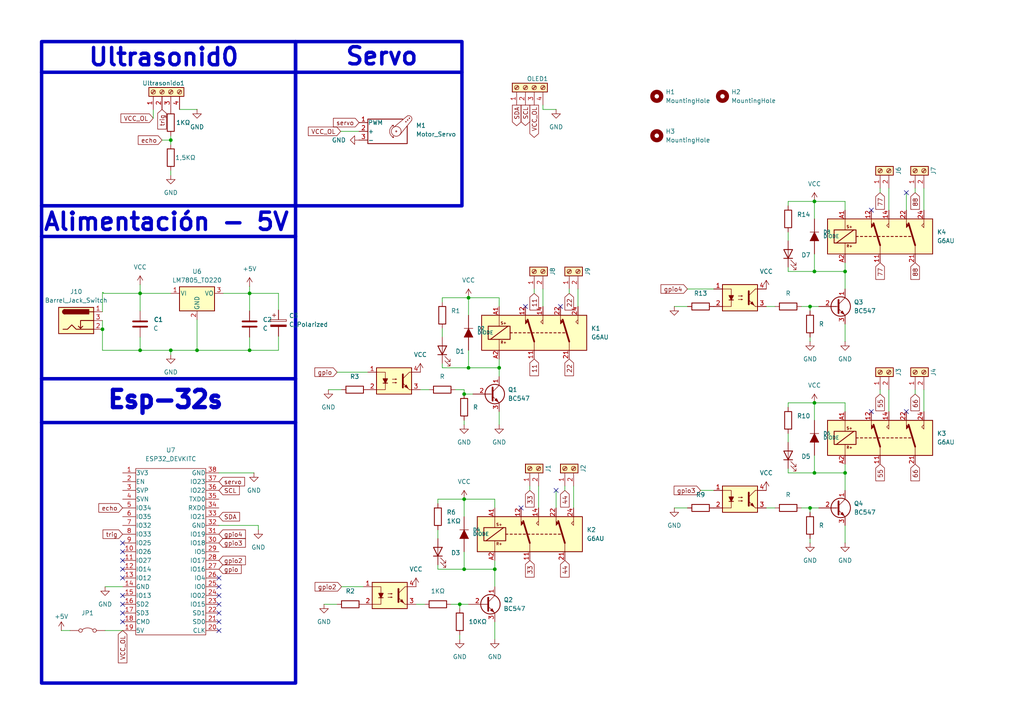
<source format=kicad_sch>
(kicad_sch (version 20250114) (generator "eeschema") (generator_version "9.0")
  (paper "A4")
  (lib_symbols
    (symbol "Connector:Barrel_Jack_Switch" (pin_names (hide yes))
      (property "Reference" "J" (at 0 5.334 0))
      (property "Value" "Barrel_Jack_Switch" (at 0 -5.08 0))
      (symbol "Barrel_Jack_Switch_1_1"
        (pin passive line (at 7.62 2.54 180) (length 2.54) (name "~") (number "1"))
        (pin passive line (at 7.62 0 180) (length 2.54) (name "~") (number "3"))
        (pin passive line (at 7.62 -2.54 180) (length 2.54) (name "~") (number "2"))
      )
    )
    (symbol "Connector:Screw_Terminal_01x02" (pin_names (offset 1.016) (hide yes))
      (property "Reference" "J" (at 0 2.54 0))
      (property "Value" "Screw_Terminal_01x02" (at 0 -5.08 0))
      (symbol "Screw_Terminal_01x02_1_1"
        (pin passive line (at -5.08 0 0) (length 3.81) (name "Pin_1") (number "1"))
        (pin passive line (at -5.08 -2.54 0) (length 3.81) (name "Pin_2") (number "2"))
      )
    )
    (symbol "Connector:Screw_Terminal_01x04" (pin_names (offset 1.016) (hide yes))
      (property "Reference" "J" (at 0 5.08 0))
      (property "Value" "Screw_Terminal_01x04" (at 0 -7.62 0))
      (symbol "Screw_Terminal_01x04_1_1"
        (pin passive line (at -5.08 2.54 0) (length 3.81) (name "Pin_1") (number "1"))
        (pin passive line (at -5.08 0 0) (length 3.81) (name "Pin_2") (number "2"))
        (pin passive line (at -5.08 -2.54 0) (length 3.81) (name "Pin_3") (number "3"))
        (pin passive line (at -5.08 -5.08 0) (length 3.81) (name "Pin_4") (number "4"))
      )
    )
    (symbol "Device:C" (pin_numbers (hide yes)) (pin_names (offset 0.254))
      (property "Reference" "C" (at 0.635 2.54 0))
      (property "Value" "C" (at 0.635 -2.54 0))
      (symbol "C_1_1"
        (pin passive line (at 0 3.81 270) (length 2.794) (name "~") (number "1"))
        (pin passive line (at 0 -3.81 90) (length 2.794) (name "~") (number "2"))
      )
    )
    (symbol "Device:C_Polarized" (pin_numbers (hide yes)) (pin_names (offset 0.254))
      (property "Reference" "C" (at 0.635 2.54 0))
      (property "Value" "C_Polarized" (at 0.635 -2.54 0))
      (symbol "C_Polarized_1_1"
        (pin passive line (at 0 3.81 270) (length 2.794) (name "~") (number "1"))
        (pin passive line (at 0 -3.81 90) (length 2.794) (name "~") (number "2"))
      )
    )
    (symbol "Device:LED" (pin_numbers (hide yes)) (pin_names (offset 1.016) (hide yes))
      (property "Reference" "D" (at 0 2.54 0))
      (property "Value" "LED" (at 0 -2.54 0))
      (symbol "LED_1_1"
        (pin passive line (at -3.81 0 0) (length 2.54) (name "K") (number "1"))
        (pin passive line (at 3.81 0 180) (length 2.54) (name "A") (number "2"))
      )
    )
    (symbol "Device:R" (pin_numbers (hide yes)) (pin_names (offset 0))
      (property "Reference" "R" (at 2.032 0 90))
      (property "Value" "R" (at 0 0 90))
      (symbol "R_1_1"
        (pin passive line (at 0 3.81 270) (length 1.27) (name "~") (number "1"))
        (pin passive line (at 0 -3.81 90) (length 1.27) (name "~") (number "2"))
      )
    )
    (symbol "EESTN5:DIODE" (pin_numbers (hide yes)) (pin_names (offset 1.016) (hide yes))
      (property "Reference" "D" (at 0 2.54 0))
      (property "Value" "DIODE" (at 0 -2.54 0))
      (symbol "DIODE_1_1"
        (pin passive line (at -5.08 0 0) (length 3.81) (name "A") (number "1"))
        (pin passive line (at 5.08 0 180) (length 3.81) (name "K") (number "2"))
      )
    )
    (symbol "EESTN5:PC817" (pin_names (offset 1.016))
      (property "Reference" "U" (at -5.08 5.08 0))
      (property "Value" "PC817" (at 0 5.08 0))
      (symbol "PC817_1_1"
        (pin passive line (at -7.62 2.54 0) (length 2.54) (name "~") (number "1"))
        (pin passive line (at -7.62 -2.54 0) (length 2.54) (name "~") (number "2"))
        (pin passive line (at 7.62 2.54 180) (length 2.54) (name "~") (number "4"))
        (pin passive line (at 7.62 -2.54 180) (length 2.54) (name "~") (number "3"))
      )
    )
    (symbol "ESP32_DEVKITC_1" (pin_names (offset 0.0254))
      (property "Reference" "U" (at 0 25.4 0))
      (property "Value" "ESP32_DEVKITC" (at 0 -25.4 0))
      (symbol "ESP32_DEVKITC_1_1_1"
        (pin passive line (at -13.97 22.86 0) (length 3.81) (name "3V3") (number "1"))
        (pin passive line (at -13.97 20.32 0) (length 3.81) (name "EN") (number "2"))
        (pin passive line (at -13.97 17.78 0) (length 3.81) (name "SVP") (number "3"))
        (pin passive line (at -13.97 15.24 0) (length 3.81) (name "SVN") (number "4"))
        (pin passive line (at -13.97 12.7 0) (length 3.81) (name "IO34") (number "5"))
        (pin passive line (at -13.97 10.16 0) (length 3.81) (name "IO35") (number "6"))
        (pin passive line (at -13.97 7.62 0) (length 3.81) (name "IO32") (number "7"))
        (pin passive line (at -13.97 5.08 0) (length 3.81) (name "IO33") (number "8"))
        (pin passive line (at -13.97 2.54 0) (length 3.81) (name "IO25") (number "9"))
        (pin passive line (at -13.97 0 0) (length 3.81) (name "IO26") (number "10"))
        (pin passive line (at -13.97 -2.54 0) (length 3.81) (name "IO27") (number "11"))
        (pin passive line (at -13.97 -5.08 0) (length 3.81) (name "IO14") (number "12"))
        (pin passive line (at -13.97 -7.62 0) (length 3.81) (name "IO12") (number "13"))
        (pin passive line (at -13.97 -10.16 0) (length 3.81) (name "GND") (number "14"))
        (pin passive line (at -13.97 -12.7 0) (length 3.81) (name "IO13") (number "15"))
        (pin passive line (at -13.97 -15.24 0) (length 3.81) (name "SD2") (number "16"))
        (pin passive line (at -13.97 -17.78 0) (length 3.81) (name "SD3") (number "17"))
        (pin passive line (at -13.97 -20.32 0) (length 3.81) (name "CMD") (number "18"))
        (pin passive line (at -13.97 -22.86 0) (length 3.81) (name "5V") (number "19"))
        (pin passive line (at 13.97 22.86 180) (length 3.81) (name "GND") (number "38"))
        (pin passive line (at 13.97 20.32 180) (length 3.81) (name "IO23") (number "37"))
        (pin passive line (at 13.97 17.78 180) (length 3.81) (name "IO22") (number "36"))
        (pin passive line (at 13.97 15.24 180) (length 3.81) (name "TXD0") (number "35"))
        (pin passive line (at 13.97 12.7 180) (length 3.81) (name "RXD0") (number "34"))
        (pin passive line (at 13.97 10.16 180) (length 3.81) (name "IO21") (number "33"))
        (pin passive line (at 13.97 7.62 180) (length 3.81) (name "GND") (number "32"))
        (pin passive line (at 13.97 5.08 180) (length 3.81) (name "IO19") (number "31"))
        (pin passive line (at 13.97 2.54 180) (length 3.81) (name "IO18") (number "30"))
        (pin passive line (at 13.97 0 180) (length 3.81) (name "IO5") (number "29"))
        (pin passive line (at 13.97 -2.54 180) (length 3.81) (name "IO17") (number "28"))
        (pin passive line (at 13.97 -5.08 180) (length 3.81) (name "IO16") (number "27"))
        (pin passive line (at 13.97 -7.62 180) (length 3.81) (name "IO4") (number "26"))
        (pin passive line (at 13.97 -10.16 180) (length 3.81) (name "IO0") (number "25"))
        (pin passive line (at 13.97 -12.7 180) (length 3.81) (name "IO02") (number "24"))
        (pin passive line (at 13.97 -15.24 180) (length 3.81) (name "IO15") (number "23"))
        (pin passive line (at 13.97 -17.78 180) (length 3.81) (name "SD1") (number "22"))
        (pin passive line (at 13.97 -20.32 180) (length 3.81) (name "SD0") (number "21"))
        (pin passive line (at 13.97 -22.86 180) (length 3.81) (name "CLK") (number "20"))
      )
    )
    (symbol "Jumper:Jumper_2_Bridged" (pin_numbers (hide yes)) (pin_names (offset 0) (hide yes)) (exclude_from_sim yes)
      (property "Reference" "JP" (at 0 1.905 0))
      (property "Value" "Jumper_2_Bridged" (at 0 -2.54 0))
      (symbol "Jumper_2_Bridged_1_1"
        (pin passive line (at -5.08 0 0) (length 2.54) (name "A") (number "1"))
        (pin passive line (at 5.08 0 180) (length 2.54) (name "B") (number "2"))
      )
    )
    (symbol "Mechanical:MountingHole" (pin_names (offset 1.016)) (exclude_from_sim yes) (in_bom no)
      (property "Reference" "H" (at 0 5.08 0))
      (property "Value" "MountingHole" (at 0 3.175 0))
    )
    (symbol "Motor:Motor_Servo" (pin_names (offset 0.0254))
      (property "Reference" "M" (at -5.08 4.445 0))
      (property "Value" "Motor_Servo" (at -5.08 -4.064 0))
      (symbol "Motor_Servo_1_1"
        (pin passive line (at -7.62 2.54 0) (length 2.54) (name "PWM") (number "1"))
        (pin passive line (at -7.62 0 0) (length 2.54) (name "+") (number "2"))
        (pin passive line (at -7.62 -2.54 0) (length 2.54) (name "-") (number "3"))
      )
    )
    (symbol "Regulator_Linear:LM7805_TO220" (pin_names (offset 0.254))
      (property "Reference" "U" (at -3.81 3.175 0))
      (property "Value" "LM7805_TO220" (at 0 3.175 0))
      (symbol "LM7805_TO220_1_1"
        (pin power_in line (at -7.62 0 0) (length 2.54) (name "VI") (number "1"))
        (pin power_in line (at 0 -7.62 90) (length 2.54) (name "GND") (number "2"))
        (pin power_out line (at 7.62 0 180) (length 2.54) (name "VO") (number "3"))
      )
    )
    (symbol "Relay:G6AU"
      (property "Reference" "K" (at 16.51 3.81 0))
      (property "Value" "G6AU" (at 16.51 1.27 0))
      (symbol "G6AU_1_0"
        (text "S+" (at -8.89 2.794 0) (effects (font (size 0.762 0.762))))
        (text "R+" (at -8.89 -2.794 0) (effects (font (size 0.762 0.762))))
      )
      (symbol "G6AU_1_1"
        (pin passive line (at -10.16 7.62 270) (length 2.54) (name "~") (number "A1"))
        (pin passive line (at -10.16 -7.62 90) (length 2.54) (name "~") (number "A2"))
        (pin passive line (at -2.54 7.62 270) (length 2.54) (name "~") (number "12"))
        (pin passive line (at 0 -7.62 90) (length 2.54) (name "~") (number "11"))
        (pin passive line (at 2.54 7.62 270) (length 2.54) (name "~") (number "14"))
        (pin passive line (at 7.62 7.62 270) (length 2.54) (name "~") (number "22"))
        (pin passive line (at 10.16 -7.62 90) (length 2.54) (name "~") (number "21"))
        (pin passive line (at 12.7 7.62 270) (length 2.54) (name "~") (number "24"))
      )
    )
    (symbol "Transistor_BJT:BC547" (pin_names (offset 0) (hide yes))
      (property "Reference" "Q" (at 5.08 1.905 0))
      (property "Value" "BC547" (at 5.08 0 0))
      (symbol "BC547_1_1"
        (pin input line (at -5.08 0 0) (length 5.08) (name "B") (number "2"))
        (pin passive line (at 2.54 5.08 270) (length 2.54) (name "C") (number "1"))
        (pin passive line (at 2.54 -5.08 90) (length 2.54) (name "E") (number "3"))
      )
    )
    (symbol "power:+5V" (power) (pin_numbers (hide yes)) (pin_names (offset 0) (hide yes))
      (property "Value" "+5V" (at 0 3.556 0))
      (symbol "+5V_1_1"
        (pin power_in line (at 0 0 90) (length 0) (name "~") (number "1"))
      )
    )
    (symbol "power:GND" (power) (pin_numbers (hide yes)) (pin_names (offset 0) (hide yes))
      (property "Value" "GND" (at 0 -3.81 0))
      (symbol "GND_1_1"
        (pin power_in line (at 0 0 270) (length 0) (name "~") (number "1"))
      )
    )
    (symbol "power:VCC" (power) (pin_numbers (hide yes)) (pin_names (offset 0) (hide yes))
      (property "Value" "VCC" (at 0 3.556 0))
      (symbol "VCC_1_1"
        (pin power_in line (at 0 0 90) (length 0) (name "~") (number "1"))
      )
    )
  )
  (rectangle (start 12.065 122.555) (end 85.725 122.555) (stroke (width 1)))
  (rectangle (start 12.065 68.58) (end 85.725 68.58) (stroke (width 1)))
  (rectangle (start 12.065 109.855) (end 85.725 198.12) (stroke (width 1)))
  (rectangle (start 12.065 12.065) (end 85.725 59.69) (stroke (width 1)))
  (rectangle (start 12.065 20.955) (end 85.725 20.955) (stroke (width 1)))
  (rectangle (start 85.725 20.955) (end 133.985 20.955) (stroke (width 1)))
  (rectangle (start 85.725 12.065) (end 133.985 59.69) (stroke (width 1)))
  (rectangle (start 12.065 59.69) (end 85.725 109.855) (stroke (width 1)))
  (text "Esp-32s" (at 48.006 116.078 0) (effects (font (size 5 5) (thickness 2) (bold yes))))
  (text "Alimentación - 5V" (at 48.26 64.516 0) (effects (font (size 5 5) (thickness 1) (bold yes))))
  (text "Ultrasonid0\n" (at 47.498 16.764 0) (effects (font (size 5 5) (thickness 1) (bold yes))))
  (text "Servo\n" (at 110.744 16.51 0) (effects (font (size 5 5) (thickness 1) (bold yes))))
  (junction (at 234.95 88.9))
  (junction (at 40.64 85.09))
  (junction (at 40.64 101.6))
  (junction (at 134.62 165.1))
  (junction (at 143.51 165.1))
  (junction (at 72.39 85.09))
  (junction (at 134.62 144.78))
  (junction (at 245.11 137.16))
  (junction (at 236.22 116.84))
  (junction (at 135.89 106.68))
  (junction (at 245.11 78.74))
  (junction (at 133.35 175.26))
  (junction (at 236.22 137.16))
  (junction (at 134.62 114.3))
  (junction (at 144.78 106.68))
  (junction (at 236.22 58.42))
  (junction (at 135.89 86.36))
  (junction (at 72.39 101.6))
  (junction (at 49.53 40.64))
  (junction (at 236.22 78.74))
  (junction (at 57.15 101.6))
  (junction (at 49.53 101.6))
  (junction (at 29.718 95.504))
  (junction (at 234.95 147.32))
  (no_connect (at 63.5 180.34))
  (no_connect (at 35.56 180.34))
  (no_connect (at 63.5 170.18))
  (no_connect (at 63.5 182.88))
  (no_connect (at 63.5 177.8))
  (no_connect (at 162.56 88.9))
  (no_connect (at 35.56 165.1))
  (no_connect (at 35.56 175.26))
  (no_connect (at 35.56 167.64))
  (no_connect (at 35.56 162.56))
  (no_connect (at 262.89 55.88))
  (no_connect (at 152.4 88.9))
  (no_connect (at 63.5 167.64))
  (no_connect (at 35.56 160.02))
  (no_connect (at 63.5 172.72))
  (no_connect (at 161.29 142.24))
  (no_connect (at 262.89 119.38))
  (no_connect (at 151.13 147.32))
  (no_connect (at 35.56 157.48))
  (no_connect (at 252.73 119.38))
  (no_connect (at 63.5 175.26))
  (no_connect (at 252.73 60.96))
  (no_connect (at 35.56 177.8))
  (no_connect (at 35.56 172.72))
  (wire (pts (xy 17.78 182.88) (xy 20.32 182.88)))
  (wire (pts (xy 64.77 85.09) (xy 72.39 85.09)))
  (wire (pts (xy 128.27 86.36) (xy 128.27 87.63)))
  (wire (pts (xy 133.35 185.42) (xy 133.35 184.15)))
  (wire (pts (xy 144.78 119.38) (xy 144.78 123.19)))
  (wire (pts (xy 143.51 144.78) (xy 134.62 144.78)))
  (wire (pts (xy 257.81 54.61) (xy 257.81 60.96)))
  (wire (pts (xy 167.64 83.82) (xy 167.64 88.9)))
  (wire (pts (xy 29.718 95.504) (xy 29.718 101.6)))
  (wire (pts (xy 195.58 147.32) (xy 199.39 147.32)))
  (wire (pts (xy 245.11 116.84) (xy 236.22 116.84)))
  (wire (pts (xy 199.39 83.82) (xy 207.01 83.82)))
  (wire (pts (xy 80.772 97.536) (xy 80.772 101.6)))
  (wire (pts (xy 97.79 107.95) (xy 106.68 107.95)))
  (wire (pts (xy 255.27 54.61) (xy 255.27 55.88)))
  (wire (pts (xy 29.718 84.836) (xy 29.718 90.424)))
  (wire (pts (xy 123.19 175.26) (xy 120.65 175.26)))
  (wire (pts (xy 80.772 89.916) (xy 80.772 85.09)))
  (wire (pts (xy 236.22 58.42) (xy 236.22 63.5)))
  (wire (pts (xy 228.6 78.74) (xy 236.22 78.74)))
  (wire (pts (xy 29.972 84.836) (xy 29.718 84.836)))
  (wire (pts (xy 143.51 180.34) (xy 143.51 185.42)))
  (wire (pts (xy 135.89 86.36) (xy 135.89 91.44)))
  (wire (pts (xy 30.48 170.18) (xy 35.56 170.18)))
  (wire (pts (xy 236.22 73.66) (xy 236.22 78.74)))
  (wire (pts (xy 57.15 31.75) (xy 52.07 31.75)))
  (wire (pts (xy 127 153.67) (xy 127 156.21)))
  (wire (pts (xy 29.718 101.6) (xy 40.64 101.6)))
  (wire (pts (xy 245.11 116.84) (xy 245.11 119.38)))
  (wire (pts (xy 143.51 162.56) (xy 143.51 165.1)))
  (wire (pts (xy 245.11 93.98) (xy 245.11 99.06)))
  (wire (pts (xy 80.772 101.6) (xy 72.39 101.6)))
  (wire (pts (xy 245.11 134.62) (xy 245.11 137.16)))
  (wire (pts (xy 46.99 40.64) (xy 49.53 40.64)))
  (wire (pts (xy 40.64 90.17) (xy 40.64 85.09)))
  (wire (pts (xy 80.772 85.09) (xy 72.39 85.09)))
  (wire (pts (xy 236.22 78.74) (xy 245.11 78.74)))
  (wire (pts (xy 267.97 54.61) (xy 267.97 60.96)))
  (wire (pts (xy 130.81 175.26) (xy 133.35 175.26)))
  (wire (pts (xy 228.6 116.84) (xy 236.22 116.84)))
  (wire (pts (xy 157.48 83.82) (xy 157.48 88.9)))
  (wire (pts (xy 132.08 113.03) (xy 134.62 113.03)))
  (wire (pts (xy 49.53 102.87) (xy 49.53 101.6)))
  (wire (pts (xy 127 165.1) (xy 134.62 165.1)))
  (wire (pts (xy 124.46 113.03) (xy 121.92 113.03)))
  (wire (pts (xy 234.95 88.9) (xy 237.49 88.9)))
  (wire (pts (xy 135.89 101.6) (xy 135.89 106.68)))
  (wire (pts (xy 161.29 31.75) (xy 157.48 31.75)))
  (wire (pts (xy 74.93 152.4) (xy 63.5 152.4)))
  (wire (pts (xy 72.39 90.17) (xy 72.39 85.09)))
  (wire (pts (xy 128.27 95.25) (xy 128.27 97.79)))
  (wire (pts (xy 144.78 86.36) (xy 144.78 88.9)))
  (wire (pts (xy 245.11 58.42) (xy 236.22 58.42)))
  (wire (pts (xy 228.6 58.42) (xy 236.22 58.42)))
  (wire (pts (xy 127 144.78) (xy 134.62 144.78)))
  (wire (pts (xy 236.22 132.08) (xy 236.22 137.16)))
  (wire (pts (xy 143.51 144.78) (xy 143.51 147.32)))
  (wire (pts (xy 265.43 113.03) (xy 265.43 114.3)))
  (wire (pts (xy 57.15 92.71) (xy 57.15 101.6)))
  (wire (pts (xy 134.62 144.78) (xy 134.62 149.86)))
  (wire (pts (xy 74.93 153.67) (xy 74.93 152.4)))
  (wire (pts (xy 154.94 83.82) (xy 154.94 85.09)))
  (wire (pts (xy 245.11 78.74) (xy 245.11 83.82)))
  (wire (pts (xy 236.22 116.84) (xy 236.22 121.92)))
  (wire (pts (xy 134.62 123.19) (xy 134.62 121.92)))
  (wire (pts (xy 57.15 101.6) (xy 72.39 101.6)))
  (wire (pts (xy 49.53 39.37) (xy 49.53 40.64)))
  (wire (pts (xy 40.64 101.6) (xy 49.53 101.6)))
  (wire (pts (xy 99.06 170.18) (xy 105.41 170.18)))
  (wire (pts (xy 49.53 101.6) (xy 57.15 101.6)))
  (wire (pts (xy 157.48 31.75) (xy 157.48 30.48)))
  (wire (pts (xy 224.79 147.32) (xy 222.25 147.32)))
  (wire (pts (xy 93.98 175.26) (xy 97.79 175.26)))
  (wire (pts (xy 245.11 76.2) (xy 245.11 78.74)))
  (wire (pts (xy 134.62 114.3) (xy 134.62 113.03)))
  (wire (pts (xy 49.53 50.8) (xy 49.53 49.53)))
  (wire (pts (xy 267.97 113.03) (xy 267.97 119.38)))
  (wire (pts (xy 40.64 97.79) (xy 40.64 101.6)))
  (wire (pts (xy 134.62 160.02) (xy 134.62 165.1)))
  (wire (pts (xy 29.718 92.964) (xy 29.718 95.504)))
  (wire (pts (xy 232.41 147.32) (xy 234.95 147.32)))
  (wire (pts (xy 40.64 85.09) (xy 49.53 85.09)))
  (wire (pts (xy 127 163.83) (xy 127 165.1)))
  (wire (pts (xy 98.806 38.1) (xy 104.14 38.1)))
  (wire (pts (xy 228.6 77.47) (xy 228.6 78.74)))
  (wire (pts (xy 153.67 140.97) (xy 153.67 142.24)))
  (wire (pts (xy 228.6 137.16) (xy 236.22 137.16)))
  (wire (pts (xy 265.43 54.61) (xy 265.43 55.88)))
  (wire (pts (xy 228.6 125.73) (xy 228.6 128.27)))
  (wire (pts (xy 133.35 176.53) (xy 133.35 175.26)))
  (wire (pts (xy 29.972 85.09) (xy 40.64 85.09)))
  (wire (pts (xy 166.37 140.97) (xy 166.37 147.32)))
  (wire (pts (xy 29.972 84.836) (xy 29.972 85.09)))
  (wire (pts (xy 224.79 88.9) (xy 222.25 88.9)))
  (wire (pts (xy 234.95 157.48) (xy 234.95 156.21)))
  (wire (pts (xy 245.11 152.4) (xy 245.11 157.48)))
  (wire (pts (xy 203.2 142.24) (xy 207.01 142.24)))
  (wire (pts (xy 228.6 67.31) (xy 228.6 69.85)))
  (wire (pts (xy 234.95 148.59) (xy 234.95 147.32)))
  (wire (pts (xy 40.64 82.55) (xy 40.64 85.09)))
  (wire (pts (xy 234.95 147.32) (xy 237.49 147.32)))
  (wire (pts (xy 73.66 137.16) (xy 63.5 137.16)))
  (wire (pts (xy 234.95 90.17) (xy 234.95 88.9)))
  (wire (pts (xy 30.48 182.88) (xy 35.56 182.88)))
  (wire (pts (xy 262.89 60.96) (xy 262.89 55.88)))
  (wire (pts (xy 234.95 99.06) (xy 234.95 97.79)))
  (wire (pts (xy 95.25 113.03) (xy 99.06 113.03)))
  (wire (pts (xy 144.78 104.14) (xy 144.78 106.68)))
  (wire (pts (xy 255.27 113.03) (xy 255.27 114.3)))
  (wire (pts (xy 44.45 34.29) (xy 44.45 31.75)))
  (wire (pts (xy 228.6 116.84) (xy 228.6 118.11)))
  (wire (pts (xy 133.35 175.26) (xy 135.89 175.26)))
  (wire (pts (xy 144.78 86.36) (xy 135.89 86.36)))
  (wire (pts (xy 195.58 88.9) (xy 199.39 88.9)))
  (wire (pts (xy 128.27 106.68) (xy 135.89 106.68)))
  (wire (pts (xy 165.1 83.82) (xy 165.1 85.09)))
  (wire (pts (xy 156.21 140.97) (xy 156.21 147.32)))
  (wire (pts (xy 144.78 106.68) (xy 144.78 109.22)))
  (wire (pts (xy 127 144.78) (xy 127 146.05)))
  (wire (pts (xy 228.6 58.42) (xy 228.6 59.69)))
  (wire (pts (xy 161.29 147.32) (xy 161.29 142.24)))
  (wire (pts (xy 72.39 83.058) (xy 72.39 85.09)))
  (wire (pts (xy 236.22 137.16) (xy 245.11 137.16)))
  (wire (pts (xy 232.41 88.9) (xy 234.95 88.9)))
  (wire (pts (xy 143.51 165.1) (xy 143.51 170.18)))
  (wire (pts (xy 163.83 140.97) (xy 163.83 142.24)))
  (wire (pts (xy 49.53 40.64) (xy 49.53 41.91)))
  (wire (pts (xy 257.81 113.03) (xy 257.81 119.38)))
  (wire (pts (xy 72.39 97.79) (xy 72.39 101.6)))
  (wire (pts (xy 135.89 106.68) (xy 144.78 106.68)))
  (wire (pts (xy 128.27 105.41) (xy 128.27 106.68)))
  (wire (pts (xy 134.62 165.1) (xy 143.51 165.1)))
  (wire (pts (xy 228.6 135.89) (xy 228.6 137.16)))
  (wire (pts (xy 245.11 58.42) (xy 245.11 60.96)))
  (wire (pts (xy 134.62 114.3) (xy 137.16 114.3)))
  (wire (pts (xy 245.11 137.16) (xy 245.11 142.24)))
  (wire (pts (xy 128.27 86.36) (xy 135.89 86.36)))
  (global_label "33" (shape input) (at 153.67 142.24 270) (property "Intersheetrefs" "${INTERSHEET_REFS}" (effects (hide yes))))
  (global_label "gpio4" (shape input) (at 63.5 154.94 0) (property "Intersheetrefs" "${INTERSHEET_REFS}" (effects (hide yes))))
  (global_label "VCC_OL" (shape input) (at 35.56 182.88 270) (property "Intersheetrefs" "${INTERSHEET_REFS}" (effects (hide yes))))
  (global_label "55" (shape input) (at 255.27 114.3 270) (property "Intersheetrefs" "${INTERSHEET_REFS}" (effects (hide yes))))
  (global_label "88" (shape input) (at 265.43 76.2 270) (property "Intersheetrefs" "${INTERSHEET_REFS}" (effects (hide yes))))
  (global_label "44" (shape input) (at 163.83 142.24 270) (property "Intersheetrefs" "${INTERSHEET_REFS}" (effects (hide yes))))
  (global_label "gpio" (shape input) (at 97.79 107.95 180) (property "Intersheetrefs" "${INTERSHEET_REFS}" (effects (hide yes))))
  (global_label "SCL" (shape output) (at 152.4 30.48 270) (property "Intersheetrefs" "${INTERSHEET_REFS}" (effects (hide yes))))
  (global_label "SDA" (shape output) (at 149.86 30.48 270) (property "Intersheetrefs" "${INTERSHEET_REFS}" (effects (hide yes))))
  (global_label "gpio2" (shape input) (at 99.06 170.18 180) (property "Intersheetrefs" "${INTERSHEET_REFS}" (effects (hide yes))))
  (global_label "22" (shape input) (at 165.1 85.09 270) (property "Intersheetrefs" "${INTERSHEET_REFS}" (effects (hide yes))))
  (global_label "VCC_OL" (shape input) (at 44.45 34.29 180) (property "Intersheetrefs" "${INTERSHEET_REFS}" (effects (hide yes))))
  (global_label "66" (shape input) (at 265.43 134.62 270) (property "Intersheetrefs" "${INTERSHEET_REFS}" (effects (hide yes))))
  (global_label "55" (shape input) (at 255.27 134.62 270) (property "Intersheetrefs" "${INTERSHEET_REFS}" (effects (hide yes))))
  (global_label "11" (shape input) (at 154.94 104.14 270) (property "Intersheetrefs" "${INTERSHEET_REFS}" (effects (hide yes))))
  (global_label "trig" (shape input) (at 35.56 154.94 180) (property "Intersheetrefs" "${INTERSHEET_REFS}" (effects (hide yes))))
  (global_label "gpio2" (shape input) (at 63.5 162.56 0) (property "Intersheetrefs" "${INTERSHEET_REFS}" (effects (hide yes))))
  (global_label "gpio4" (shape input) (at 199.39 83.82 180) (property "Intersheetrefs" "${INTERSHEET_REFS}" (effects (hide yes))))
  (global_label "88" (shape input) (at 265.43 55.88 270) (property "Intersheetrefs" "${INTERSHEET_REFS}" (effects (hide yes))))
  (global_label "echo" (shape input) (at 35.56 147.32 180) (property "Intersheetrefs" "${INTERSHEET_REFS}" (effects (hide yes))))
  (global_label "77" (shape input) (at 255.27 55.88 270) (property "Intersheetrefs" "${INTERSHEET_REFS}" (effects (hide yes))))
  (global_label "trig" (shape input) (at 46.99 31.75 270) (property "Intersheetrefs" "${INTERSHEET_REFS}" (effects (hide yes))))
  (global_label "66" (shape input) (at 265.43 114.3 270) (property "Intersheetrefs" "${INTERSHEET_REFS}" (effects (hide yes))))
  (global_label "servo" (shape input) (at 63.5 139.7 0) (property "Intersheetrefs" "${INTERSHEET_REFS}" (effects (hide yes))))
  (global_label "44" (shape input) (at 163.83 162.56 270) (property "Intersheetrefs" "${INTERSHEET_REFS}" (effects (hide yes))))
  (global_label "VCC_OL" (shape input) (at 98.806 38.1 180) (property "Intersheetrefs" "${INTERSHEET_REFS}" (effects (hide yes))))
  (global_label "33" (shape input) (at 153.67 162.56 270) (property "Intersheetrefs" "${INTERSHEET_REFS}" (effects (hide yes))))
  (global_label "gpio" (shape input) (at 63.5 165.1 0) (property "Intersheetrefs" "${INTERSHEET_REFS}" (effects (hide yes))))
  (global_label "SDA" (shape input) (at 63.5 149.86 0) (property "Intersheetrefs" "${INTERSHEET_REFS}" (effects (hide yes))))
  (global_label "gpio3" (shape input) (at 63.5 157.48 0) (property "Intersheetrefs" "${INTERSHEET_REFS}" (effects (hide yes))))
  (global_label "11" (shape input) (at 154.94 85.09 270) (property "Intersheetrefs" "${INTERSHEET_REFS}" (effects (hide yes))))
  (global_label "22" (shape input) (at 165.1 104.14 270) (property "Intersheetrefs" "${INTERSHEET_REFS}" (effects (hide yes))))
  (global_label "SCL" (shape input) (at 63.5 142.24 0) (property "Intersheetrefs" "${INTERSHEET_REFS}" (effects (hide yes))))
  (global_label "servo" (shape input) (at 104.14 35.56 180) (property "Intersheetrefs" "${INTERSHEET_REFS}" (effects (hide yes))))
  (global_label "echo" (shape input) (at 46.99 40.64 180) (property "Intersheetrefs" "${INTERSHEET_REFS}" (effects (hide yes))))
  (global_label "gpio3" (shape input) (at 203.2 142.24 180) (property "Intersheetrefs" "${INTERSHEET_REFS}" (effects (hide yes))))
  (global_label "VCC_OL" (shape output) (at 154.94 30.48 270) (property "Intersheetrefs" "${INTERSHEET_REFS}" (effects (hide yes))))
  (global_label "77" (shape input) (at 255.27 76.2 270) (property "Intersheetrefs" "${INTERSHEET_REFS}" (effects (hide yes))))
  (symbol (lib_id "Device:R") (at 228.6 147.32 270) (unit 1)
    (property "Reference" "R11" (effects (hide yes)))
    (property "Value" "R" (at 228.6 143.51 90))
    (property "Footprint" "Resistor_SMD:R_0805_2012Metric" (effects (hide yes)))
    (property "Description" "Resistor" (effects (hide yes)))
  )
  (symbol (lib_id "power:GND") (at 93.98 175.26 0) (unit 1)
    (property "Reference" "#PWR01" (effects (hide yes)))
    (property "Value" "GND" (at 93.98 180.34 0))
    (property "Description" "Power symbol creates a global label with name \"GND\" , ground" (effects (hide yes)))
  )
  (symbol (lib_id "Connector:Screw_Terminal_01x02") (at 165.1 78.74 90) (unit 1)
    (property "Reference" "J9" (at 170.434 78.74 0))
    (property "Value" "Screw_Terminal_01x02" (effects (hide yes)))
    (property "Footprint" "TerminalBlock:TerminalBlock_Altech_AK300-2_P5.00mm" (effects (hide yes)))
    (property "Description" "Generic screw terminal, single row, 01x02, script generated (kicad-library-utils/schlib/autogen/connector/)" (effects (hide yes)))
  )
  (symbol (lib_id "power:+5V") (at 72.39 83.058 0) (unit 1)
    (property "Reference" "#PWR030" (effects (hide yes)))
    (property "Value" "+5V" (at 72.39 77.978 0))
    (property "Description" "Power symbol creates a global label with name \"+5V\"" (effects (hide yes)))
  )
  (symbol (lib_id "Device:R") (at 128.27 113.03 270) (unit 1)
    (property "Reference" "R5" (effects (hide yes)))
    (property "Value" "R" (at 128.27 109.22 90))
    (property "Footprint" "Resistor_SMD:R_0805_2012Metric" (effects (hide yes)))
    (property "Description" "Resistor" (effects (hide yes)))
  )
  (symbol (lib_id "Device:R") (at 234.95 152.4 180) (unit 1)
    (property "Reference" "R12" (effects (hide yes)))
    (property "Value" "R" (at 237.49 152.3999 0) (effects (justify right)))
    (property "Footprint" "Resistor_SMD:R_0805_2012Metric" (effects (hide yes)))
    (property "Description" "Resistor" (effects (hide yes)))
  )
  (symbol (lib_id "EESTN5:DIODE") (at 134.62 154.94 90) (unit 1)
    (property "Reference" "D4" (at 137.16 153.6318 90) (effects (font (size 1.016 1.016)) (justify right)))
    (property "Value" "DIODE" (at 137.16 154.9018 90) (effects (font (size 1.016 1.016)) (justify right)))
    (property "Footprint" "Diode_SMD:D_SMA" (effects (hide yes)))
  )
  (symbol (lib_id "Connector:Screw_Terminal_01x02") (at 255.27 49.53 90) (unit 1)
    (property "Reference" "J6" (at 260.604 49.53 0))
    (property "Value" "Screw_Terminal_01x02" (effects (hide yes)))
    (property "Footprint" "TerminalBlock:TerminalBlock_Altech_AK300-2_P5.00mm" (effects (hide yes)))
    (property "Description" "Generic screw terminal, single row, 01x02, script generated (kicad-library-utils/schlib/autogen/connector/)" (effects (hide yes)))
  )
  (symbol (lib_id "Connector:Screw_Terminal_01x02") (at 265.43 49.53 90) (unit 1)
    (property "Reference" "J7" (at 270.764 49.53 0))
    (property "Value" "Screw_Terminal_01x02" (effects (hide yes)))
    (property "Footprint" "TerminalBlock:TerminalBlock_Altech_AK300-2_P5.00mm" (effects (hide yes)))
    (property "Description" "Generic screw terminal, single row, 01x02, script generated (kicad-library-utils/schlib/autogen/connector/)" (effects (hide yes)))
  )
  (symbol (lib_id "power:GND") (at 245.11 99.06 0) (unit 1)
    (property "Reference" "#PWR016" (effects (hide yes)))
    (property "Value" "GND" (at 245.11 104.14 0))
    (property "Description" "Power symbol creates a global label with name \"GND\" , ground" (effects (hide yes)))
  )
  (symbol (lib_id "power:GND") (at 30.48 170.18 0) (unit 1)
    (property "Reference" "#PWR020" (effects (hide yes)))
    (property "Value" "GND" (at 30.48 175.26 0))
    (property "Description" "Power symbol creates a global label with name \"GND\" , ground" (effects (hide yes)))
  )
  (symbol (lib_id "Device:C") (at 40.64 93.98 0) (unit 1)
    (property "Reference" "C1" (at 44.45 92.7099 0) (effects (font (bold yes)) (justify left)))
    (property "Value" "C" (at 44.45 95.2499 0) (effects (justify left)))
    (property "Footprint" "Capacitor_SMD:C_0805_2012Metric" (effects (hide yes)))
    (property "Description" "Unpolarized capacitor" (effects (hide yes)))
  )
  (symbol (lib_id "Transistor_BJT:BC547") (at 242.57 147.32 0) (unit 1)
    (property "Reference" "Q4" (at 247.65 146.0499 0) (effects (justify left)))
    (property "Value" "BC547" (at 247.65 148.5899 0) (effects (justify left)))
    (property "Footprint" "Package_TO_SOT_THT:TO-92_Inline_Wide" (effects (hide yes)))
    (property "Datasheet" "https://www.onsemi.com/pub/Collateral/BC550-D.pdf" (effects (hide yes)))
    (property "Description" "0.1A Ic, 45V Vce, Small Signal NPN Transistor, TO-92" (effects (hide yes)))
  )
  (symbol (lib_id "power:GND") (at 234.95 99.06 0) (unit 1)
    (property "Reference" "#PWR015" (effects (hide yes)))
    (property "Value" "GND" (at 234.95 104.14 0))
    (property "Description" "Power symbol creates a global label with name \"GND\" , ground" (effects (hide yes)))
  )
  (symbol (lib_id "Transistor_BJT:BC547") (at 142.24 114.3 0) (unit 1)
    (property "Reference" "Q1" (at 147.32 113.0299 0) (effects (justify left)))
    (property "Value" "BC547" (at 147.32 115.5699 0) (effects (justify left)))
    (property "Footprint" "Package_TO_SOT_THT:TO-92_Inline_Wide" (effects (hide yes)))
    (property "Datasheet" "https://www.onsemi.com/pub/Collateral/BC550-D.pdf" (effects (hide yes)))
    (property "Description" "0.1A Ic, 45V Vce, Small Signal NPN Transistor, TO-92" (effects (hide yes)))
  )
  (symbol (lib_id "power:VCC") (at 222.25 83.82 0) (unit 1)
    (property "Reference" "#PWR014" (effects (hide yes)))
    (property "Value" "VCC" (at 222.25 78.74 0))
    (property "Description" "Power symbol creates a global label with name \"VCC\"" (effects (hide yes)))
  )
  (symbol (lib_id "Device:LED") (at 228.6 132.08 90) (unit 1)
    (property "Reference" "D5" (at 232.41 132.3974 90) (effects (justify right)))
    (property "Value" "LED" (effects (hide yes)))
    (property "Footprint" "LED_SMD:LED_0805_2012Metric" (effects (hide yes)))
    (property "Description" "Light emitting diode" (effects (hide yes)))
  )
  (symbol (lib_id "Jumper:Jumper_2_Bridged") (at 25.4 182.88 0) (unit 1) (exclude_from_sim yes)
    (property "Reference" "JP1" (at 25.4 177.8 0))
    (property "Value" "Jumper_2_Bridged" (effects (hide yes)))
    (property "Footprint" "Connector_PinHeader_2.54mm:PinHeader_1x02_P2.54mm_Vertical" (effects (hide yes)))
    (property "Description" "Jumper, 2-pole, closed/bridged" (effects (hide yes)))
  )
  (symbol (lib_id "Connector:Screw_Terminal_01x02") (at 154.94 78.74 90) (unit 1)
    (property "Reference" "J8" (at 160.274 78.74 0))
    (property "Value" "Screw_Terminal_01x02" (effects (hide yes)))
    (property "Footprint" "TerminalBlock:TerminalBlock_Altech_AK300-2_P5.00mm" (effects (hide yes)))
    (property "Description" "Generic screw terminal, single row, 01x02, script generated (kicad-library-utils/schlib/autogen/connector/)" (effects (hide yes)))
  )
  (symbol (lib_id "Transistor_BJT:BC547") (at 140.97 175.26 0) (unit 1)
    (property "Reference" "Q2" (at 146.05 173.9899 0) (effects (justify left)))
    (property "Value" "BC547" (at 146.05 176.5299 0) (effects (justify left)))
    (property "Footprint" "Package_TO_SOT_THT:TO-92_Inline_Wide" (effects (hide yes)))
    (property "Datasheet" "https://www.onsemi.com/pub/Collateral/BC550-D.pdf" (effects (hide yes)))
    (property "Description" "0.1A Ic, 45V Vce, Small Signal NPN Transistor, TO-92" (effects (hide yes)))
  )
  (symbol (lib_id "Device:R") (at 134.62 118.11 180) (unit 1)
    (property "Reference" "R4" (effects (hide yes)))
    (property "Value" "R" (at 137.16 118.1099 0) (effects (justify right)))
    (property "Footprint" "Resistor_SMD:R_0805_2012Metric" (effects (hide yes)))
    (property "Description" "Resistor" (effects (hide yes)))
  )
  (symbol (lib_id "Connector:Screw_Terminal_01x02") (at 255.27 107.95 90) (unit 1)
    (property "Reference" "J3" (at 260.604 107.95 0))
    (property "Value" "Screw_Terminal_01x02" (effects (hide yes)))
    (property "Footprint" "TerminalBlock:TerminalBlock_Altech_AK300-2_P5.00mm" (effects (hide yes)))
    (property "Description" "Generic screw terminal, single row, 01x02, script generated (kicad-library-utils/schlib/autogen/connector/)" (effects (hide yes)))
  )
  (symbol (lib_id "Device:R") (at 234.95 93.98 180) (unit 1)
    (property "Reference" "R16" (effects (hide yes)))
    (property "Value" "R" (at 237.49 93.9799 0) (effects (justify right)))
    (property "Footprint" "Resistor_SMD:R_0805_2012Metric" (effects (hide yes)))
    (property "Description" "Resistor" (effects (hide yes)))
  )
  (symbol (lib_id "power:VCC") (at 222.25 142.24 0) (unit 1)
    (property "Reference" "#PWR010" (effects (hide yes)))
    (property "Value" "VCC" (at 222.25 137.16 0))
    (property "Description" "Power symbol creates a global label with name \"VCC\"" (effects (hide yes)))
  )
  (symbol (lib_id "Device:R") (at 228.6 63.5 0) (unit 1)
    (property "Reference" "R14" (at 231.14 62.2299 0) (effects (justify left)))
    (property "Value" "R" (effects (hide yes)))
    (property "Footprint" "Resistor_SMD:R_0805_2012Metric" (effects (hide yes)))
    (property "Description" "Resistor" (effects (hide yes)))
  )
  (symbol (lib_id "Connector:Barrel_Jack_Switch") (at 22.098 92.964 0) (unit 1)
    (property "Reference" "J10" (at 22.098 84.582 0))
    (property "Value" "Barrel_Jack_Switch" (at 22.098 87.122 0))
    (property "Footprint" "Connector_BarrelJack:BarrelJack_Kycon_KLDX-0202-xC_Horizontal" (effects (hide yes)))
    (property "Description" "DC Barrel Jack with an internal switch" (effects (hide yes)))
  )
  (symbol (lib_id "power:VCC") (at 40.64 82.55 0) (unit 1)
    (property "Reference" "#PWR028" (effects (hide yes)))
    (property "Value" "VCC" (at 40.64 77.47 0))
    (property "Description" "Power symbol creates a global label with name \"VCC\"" (effects (hide yes)))
  )
  (symbol (lib_id "Motor:Motor_Servo") (at 111.76 38.1 0) (unit 1)
    (property "Reference" "M1" (at 120.65 36.3965 0) (effects (justify left)))
    (property "Value" "Motor_Servo" (at 120.65 38.9365 0) (effects (justify left)))
    (property "Footprint" "Connector_JST:JST_XH_B3B-XH-A_1x03_P2.50mm_Vertical" (effects (hide yes)))
    (property "Datasheet" "http://forums.parallax.com/uploads/attachments/46831/74481.png" (effects (hide yes)))
    (property "Description" "Servo Motor (Futaba, HiTec, JR connector)" (effects (hide yes)))
  )
  (symbol (lib_id "Connector:Screw_Terminal_01x02") (at 265.43 107.95 90) (unit 1)
    (property "Reference" "J4" (at 270.764 107.95 0))
    (property "Value" "Screw_Terminal_01x02" (effects (hide yes)))
    (property "Footprint" "TerminalBlock:TerminalBlock_Altech_AK300-2_P5.00mm" (effects (hide yes)))
    (property "Description" "Generic screw terminal, single row, 01x02, script generated (kicad-library-utils/schlib/autogen/connector/)" (effects (hide yes)))
  )
  (symbol (lib_id "power:GND") (at 134.62 123.19 0) (unit 1)
    (property "Reference" "#PWR03" (effects (hide yes)))
    (property "Value" "GND" (at 134.62 128.27 0))
    (property "Description" "Power symbol creates a global label with name \"GND\" , ground" (effects (hide yes)))
  )
  (symbol (lib_id "power:GND") (at 161.29 31.75 0) (unit 1)
    (property "Reference" "#PWR033" (effects (hide yes)))
    (property "Value" "GND" (at 161.29 36.83 0))
    (property "Description" "Power symbol creates a global label with name \"GND\" , ground" (effects (hide yes)))
  )
  (symbol (lib_id "Device:C") (at 72.39 93.98 0) (unit 1)
    (property "Reference" "C2" (at 76.2 92.7099 0) (effects (justify left)))
    (property "Value" "C" (at 76.2 95.2499 0) (effects (justify left)))
    (property "Footprint" "Capacitor_SMD:C_0805_2012Metric" (effects (hide yes)))
    (property "Description" "Unpolarized capacitor" (effects (hide yes)))
  )
  (symbol (lib_id "EESTN5:PC817") (at 114.3 110.49 0) (unit 1)
    (property "Reference" "U1" (effects (hide yes)))
    (property "Value" "PC817" (effects (hide yes)))
    (property "Footprint" "pc817:DIP762W50P254L495H455Q4" (effects (hide yes)))
    (property "Datasheet" "http://www.soselectronic.cz/a_info/resource/d/pc817.pdf" (effects (hide yes)))
    (property "Description" "DC Optocoupler, Vce 35V, CTR 50-300%, DIP4" (effects (hide yes)))
  )
  (symbol (lib_id "power:VCC") (at 236.22 116.84 0) (unit 1)
    (property "Reference" "#PWR019" (effects (hide yes)))
    (property "Value" "VCC" (at 236.22 111.76 0))
    (property "Description" "Power symbol creates a global label with name \"VCC\"" (effects (hide yes)))
  )
  (symbol (lib_id "Connector:Screw_Terminal_01x02") (at 153.67 135.89 90) (unit 1)
    (property "Reference" "J1" (at 159.004 135.89 0))
    (property "Value" "Screw_Terminal_01x02" (effects (hide yes)))
    (property "Footprint" "TerminalBlock:TerminalBlock_Altech_AK300-2_P5.00mm" (effects (hide yes)))
    (property "Description" "Generic screw terminal, single row, 01x02, script generated (kicad-library-utils/schlib/autogen/connector/)" (effects (hide yes)))
  )
  (symbol (lib_id "Transistor_BJT:BC547") (at 242.57 88.9 0) (unit 1)
    (property "Reference" "Q3" (at 247.65 87.6299 0) (effects (justify left)))
    (property "Value" "BC547" (at 247.65 90.1699 0) (effects (justify left)))
    (property "Footprint" "Package_TO_SOT_THT:TO-92_Inline_Wide" (effects (hide yes)))
    (property "Datasheet" "https://www.onsemi.com/pub/Collateral/BC550-D.pdf" (effects (hide yes)))
    (property "Description" "0.1A Ic, 45V Vce, Small Signal NPN Transistor, TO-92" (effects (hide yes)))
  )
  (symbol (lib_id "Mechanical:MountingHole") (at 209.55 27.94 0) (unit 1) (exclude_from_sim yes) (in_bom no)
    (property "Reference" "H2" (at 212.09 26.6699 0) (effects (justify left)))
    (property "Value" "MountingHole" (at 212.09 29.2099 0) (effects (justify left)))
    (property "Footprint" "MountingHole:MountingHole_3.2mm_M3" (effects (hide yes)))
    (property "Description" "Mounting Hole without connection" (effects (hide yes)))
  )
  (symbol (lib_id "EESTN5:PC817") (at 214.63 144.78 0) (unit 1)
    (property "Reference" "U3" (effects (hide yes)))
    (property "Value" "PC817" (effects (hide yes)))
    (property "Footprint" "pc817:DIP762W50P254L495H455Q4" (effects (hide yes)))
    (property "Datasheet" "http://www.soselectronic.cz/a_info/resource/d/pc817.pdf" (effects (hide yes)))
    (property "Description" "DC Optocoupler, Vce 35V, CTR 50-300%, DIP4" (effects (hide yes)))
  )
  (symbol (lib_id "EESTN5:DIODE") (at 135.89 96.52 90) (unit 1)
    (property "Reference" "D2" (at 138.43 95.2118 90) (effects (font (size 1.016 1.016)) (justify right)))
    (property "Value" "DIODE" (at 138.43 96.4818 90) (effects (font (size 1.016 1.016)) (justify right)))
    (property "Footprint" "Diode_SMD:D_SMA" (effects (hide yes)))
  )
  (symbol (lib_id "Device:R") (at 133.35 180.34 180) (unit 1)
    (property "Reference" "R8" (effects (hide yes)))
    (property "Value" "10KΩ" (at 135.89 180.3399 0) (effects (justify right)))
    (property "Footprint" "Resistor_SMD:R_0805_2012Metric" (effects (hide yes)))
    (property "Description" "Resistor" (effects (hide yes)))
  )
  (symbol (lib_id "EESTN5:DIODE") (at 236.22 68.58 90) (unit 1)
    (property "Reference" "D8" (at 238.76 67.2718 90) (effects (font (size 1.016 1.016)) (justify right)))
    (property "Value" "DIODE" (at 238.76 68.5418 90) (effects (font (size 1.016 1.016)) (justify right)))
    (property "Footprint" "Diode_SMD:D_SMA" (effects (hide yes)))
  )
  (symbol (lib_name "ESP32_DEVKITC_1") (lib_id "EESTN5:ESP32_DEVKITC") (at 49.53 160.02 0) (unit 1)
    (property "Reference" "U7" (at 49.53 130.556 0))
    (property "Value" "ESP32_DEVKITC" (at 49.53 133.096 0))
    (property "Footprint" "escuelA:ESP32S" (effects (hide yes)))
    (property "Description" "ESP32-DEVKITC" (effects (hide yes)))
  )
  (symbol (lib_id "Relay:G6AU") (at 255.27 127 0) (unit 1)
    (property "Reference" "K3" (at 271.78 125.7299 0) (effects (justify left)))
    (property "Value" "G6AU" (at 271.78 128.2699 0) (effects (justify left)))
    (property "Footprint" "Relay_THT:Relay_DPDT_Omron_G6A" (effects (hide yes)))
    (property "Datasheet" "https://omronfs.omron.com/en_US/ecb/products/pdf/en-g6a.pdf" (effects (hide yes)))
    (property "Description" "Industry-Standard 2-pole relay, designed to switch 2A Signal Loads, Single-winding Latching" (effects (hide yes)))
  )
  (symbol (lib_id "EESTN5:PC817") (at 113.03 172.72 0) (unit 1)
    (property "Reference" "U2" (effects (hide yes)))
    (property "Value" "PC817" (effects (hide yes)))
    (property "Footprint" "pc817:DIP762W50P254L495H455Q4" (effects (hide yes)))
    (property "Datasheet" "http://www.soselectronic.cz/a_info/resource/d/pc817.pdf" (effects (hide yes)))
    (property "Description" "DC Optocoupler, Vce 35V, CTR 50-300%, DIP4" (effects (hide yes)))
  )
  (symbol (lib_id "Device:R") (at 127 149.86 0) (unit 1)
    (property "Reference" "R6" (at 129.54 148.5899 0) (effects (justify left)))
    (property "Value" "1KΩ" (at 129.54 151.1299 0) (effects (justify left)))
    (property "Footprint" "Resistor_SMD:R_0805_2012Metric" (effects (hide yes)))
    (property "Description" "Resistor" (effects (hide yes)))
  )
  (symbol (lib_id "power:GND") (at 195.58 88.9 0) (unit 1)
    (property "Reference" "#PWR013" (effects (hide yes)))
    (property "Value" "GND" (effects (hide yes)))
    (property "Description" "Power symbol creates a global label with name \"GND\" , ground" (effects (hide yes)))
  )
  (symbol (lib_id "power:GND") (at 245.11 157.48 0) (unit 1)
    (property "Reference" "#PWR012" (effects (hide yes)))
    (property "Value" "GND" (at 245.11 162.56 0))
    (property "Description" "Power symbol creates a global label with name \"GND\" , ground" (effects (hide yes)))
  )
  (symbol (lib_id "Mechanical:MountingHole") (at 190.5 39.37 0) (unit 1) (exclude_from_sim yes) (in_bom no)
    (property "Reference" "H3" (at 193.04 38.0999 0) (effects (justify left)))
    (property "Value" "MountingHole" (at 193.04 40.6399 0) (effects (justify left)))
    (property "Footprint" "MountingHole:MountingHole_3.2mm_M3" (effects (hide yes)))
    (property "Description" "Mounting Hole without connection" (effects (hide yes)))
  )
  (symbol (lib_id "power:GND") (at 74.93 153.67 0) (unit 1)
    (property "Reference" "#PWR023" (effects (hide yes)))
    (property "Value" "GND" (at 74.93 158.75 0))
    (property "Description" "Power symbol creates a global label with name \"GND\" , ground" (effects (hide yes)))
  )
  (symbol (lib_id "Relay:G6AU") (at 154.94 96.52 0) (unit 1)
    (property "Reference" "K1" (at 171.45 95.2499 0) (effects (justify left)))
    (property "Value" "G6AU" (at 171.45 97.7899 0) (effects (justify left)))
    (property "Footprint" "Relay_THT:Relay_DPDT_Omron_G6A" (effects (hide yes)))
    (property "Datasheet" "https://omronfs.omron.com/en_US/ecb/products/pdf/en-g6a.pdf" (effects (hide yes)))
    (property "Description" "Industry-Standard 2-pole relay, designed to switch 2A Signal Loads, Single-winding Latching" (effects (hide yes)))
  )
  (symbol (lib_id "power:GND") (at 95.25 113.03 0) (unit 1)
    (property "Reference" "#PWR02" (effects (hide yes)))
    (property "Value" "GND" (at 95.25 118.11 0))
    (property "Description" "Power symbol creates a global label with name \"GND\" , ground" (effects (hide yes)))
  )
  (symbol (lib_id "power:VCC") (at 236.22 58.42 0) (unit 1)
    (property "Reference" "#PWR022" (effects (hide yes)))
    (property "Value" "VCC" (at 236.22 53.34 0))
    (property "Description" "Power symbol creates a global label with name \"VCC\"" (effects (hide yes)))
  )
  (symbol (lib_id "Mechanical:MountingHole") (at 190.5 27.94 0) (unit 1) (exclude_from_sim yes) (in_bom no)
    (property "Reference" "H1" (at 193.04 26.6699 0) (effects (justify left)))
    (property "Value" "MountingHole" (at 193.04 29.2099 0) (effects (justify left)))
    (property "Footprint" "MountingHole:MountingHole_3.2mm_M3" (effects (hide yes)))
    (property "Description" "Mounting Hole without connection" (effects (hide yes)))
  )
  (symbol (lib_id "EESTN5:PC817") (at 214.63 86.36 0) (unit 1)
    (property "Reference" "U4" (effects (hide yes)))
    (property "Value" "PC817" (effects (hide yes)))
    (property "Footprint" "pc817:DIP762W50P254L495H455Q4" (effects (hide yes)))
    (property "Datasheet" "http://www.soselectronic.cz/a_info/resource/d/pc817.pdf" (effects (hide yes)))
    (property "Description" "DC Optocoupler, Vce 35V, CTR 50-300%, DIP4" (effects (hide yes)))
  )
  (symbol (lib_id "Device:LED") (at 127 160.02 90) (unit 1)
    (property "Reference" "D3" (at 130.81 160.3374 90) (effects (justify right)))
    (property "Value" "LED" (effects (hide yes)))
    (property "Footprint" "LED_SMD:LED_0805_2012Metric" (effects (hide yes)))
    (property "Description" "Light emitting diode" (effects (hide yes)))
  )
  (symbol (lib_id "power:VCC") (at 134.62 144.78 0) (unit 1)
    (property "Reference" "#PWR018" (effects (hide yes)))
    (property "Value" "VCC" (at 134.62 139.7 0))
    (property "Description" "Power symbol creates a global label with name \"VCC\"" (effects (hide yes)))
  )
  (symbol (lib_id "Device:R") (at 102.87 113.03 90) (unit 1)
    (property "Reference" "R3" (at 102.87 109.22 90))
    (property "Value" "R" (effects (hide yes)))
    (property "Footprint" "Resistor_SMD:R_0805_2012Metric" (effects (hide yes)))
    (property "Description" "Resistor" (effects (hide yes)))
  )
  (symbol (lib_id "Regulator_Linear:LM7805_TO220") (at 57.15 85.09 0) (unit 1)
    (property "Reference" "U6" (at 57.15 78.74 0))
    (property "Value" "LM7805_TO220" (at 57.15 81.28 0))
    (property "Footprint" "Package_TO_SOT_SMD:TO-263-3_TabPin2" (effects (hide yes)))
    (property "Datasheet" "https://www.onsemi.cn/PowerSolutions/document/MC7800-D.PDF" (effects (hide yes)))
    (property "Description" "Positive 1A 35V Linear Regulator, Fixed Output 5V, TO-220" (effects (hide yes)))
  )
  (symbol (lib_id "Device:R") (at 101.6 175.26 90) (unit 1)
    (property "Reference" "R2" (at 101.6 171.45 90))
    (property "Value" "220Ω" (effects (hide yes)))
    (property "Footprint" "Resistor_SMD:R_0805_2012Metric" (effects (hide yes)))
    (property "Description" "Resistor" (effects (hide yes)))
  )
  (symbol (lib_id "Device:R") (at 49.53 45.72 180) (unit 1)
    (property "Reference" "R18" (effects (hide yes)))
    (property "Value" "1,5KΩ" (at 50.8 45.72 0) (effects (justify right)))
    (property "Footprint" "Resistor_SMD:R_0805_2012Metric" (effects (hide yes)))
    (property "Description" "Resistor" (effects (hide yes)))
  )
  (symbol (lib_id "EESTN5:DIODE") (at 236.22 127 90) (unit 1)
    (property "Reference" "D6" (at 238.76 125.6918 90) (effects (font (size 1.016 1.016)) (justify right)))
    (property "Value" "DIODE" (at 238.76 126.9618 90) (effects (font (size 1.016 1.016)) (justify right)))
    (property "Footprint" "Diode_SMD:D_SMA" (effects (hide yes)))
  )
  (symbol (lib_id "power:GND") (at 144.78 123.19 0) (unit 1)
    (property "Reference" "#PWR07" (effects (hide yes)))
    (property "Value" "GND" (at 144.78 128.27 0))
    (property "Description" "Power symbol creates a global label with name \"GND\" , ground" (effects (hide yes)))
  )
  (symbol (lib_id "Connector:Screw_Terminal_01x04") (at 152.4 25.4 90) (unit 1)
    (property "Reference" "OLED1" (at 159.004 22.86 90) (effects (justify left)))
    (property "Value" "Screw_Terminal_01x04" (effects (hide yes)))
    (property "Footprint" "Connector_JST:JST_XH_B4B-XH-A_1x04_P2.50mm_Vertical" (effects (hide yes)))
    (property "Description" "Generic screw terminal, single row, 01x04, script generated (kicad-library-utils/schlib/autogen/connector/)" (effects (hide yes)))
  )
  (symbol (lib_id "Device:LED") (at 128.27 101.6 90) (unit 1)
    (property "Reference" "D1" (at 132.08 101.9174 90) (effects (justify right)))
    (property "Value" "LED" (effects (hide yes)))
    (property "Footprint" "LED_SMD:LED_0805_2012Metric" (effects (hide yes)))
    (property "Description" "Light emitting diode" (effects (hide yes)))
  )
  (symbol (lib_id "Device:R") (at 49.53 35.56 180) (unit 1)
    (property "Reference" "R17" (effects (hide yes)))
    (property "Value" "1KΩ" (at 51.054 35.56 0) (effects (justify right)))
    (property "Footprint" "Resistor_SMD:R_0805_2012Metric" (effects (hide yes)))
    (property "Description" "Resistor" (effects (hide yes)))
  )
  (symbol (lib_id "power:GND") (at 133.35 185.42 0) (unit 1)
    (property "Reference" "#PWR05" (effects (hide yes)))
    (property "Value" "GND" (at 133.35 190.5 0))
    (property "Description" "Power symbol creates a global label with name \"GND\" , ground" (effects (hide yes)))
  )
  (symbol (lib_id "Device:LED") (at 228.6 73.66 90) (unit 1)
    (property "Reference" "D7" (at 232.41 73.9774 90) (effects (justify right)))
    (property "Value" "LED" (effects (hide yes)))
    (property "Footprint" "LED_SMD:LED_0805_2012Metric" (effects (hide yes)))
    (property "Description" "Light emitting diode" (effects (hide yes)))
  )
  (symbol (lib_id "power:GND") (at 49.53 102.87 0) (unit 1)
    (property "Reference" "#PWR029" (effects (hide yes)))
    (property "Value" "GND" (at 49.53 107.95 0))
    (property "Description" "Power symbol creates a global label with name \"GND\" , ground" (effects (hide yes)))
  )
  (symbol (lib_id "power:GND") (at 57.15 31.75 0) (unit 1)
    (property "Reference" "#PWR027" (effects (hide yes)))
    (property "Value" "GND" (at 57.15 36.83 0))
    (property "Description" "Power symbol creates a global label with name \"GND\" , ground" (effects (hide yes)))
  )
  (symbol (lib_id "Device:R") (at 203.2 88.9 90) (unit 1)
    (property "Reference" "R13" (at 203.2 85.09 90))
    (property "Value" "R" (effects (hide yes)))
    (property "Footprint" "Resistor_SMD:R_0805_2012Metric" (effects (hide yes)))
    (property "Description" "Resistor" (effects (hide yes)))
  )
  (symbol (lib_id "power:GND") (at 73.66 137.16 0) (unit 1)
    (property "Reference" "#PWR032" (effects (hide yes)))
    (property "Value" "GND" (at 73.66 142.24 0))
    (property "Description" "Power symbol creates a global label with name \"GND\" , ground" (effects (hide yes)))
  )
  (symbol (lib_id "Connector:Screw_Terminal_01x02") (at 163.83 135.89 90) (unit 1)
    (property "Reference" "J2" (at 169.164 135.89 0))
    (property "Value" "Screw_Terminal_01x02" (effects (hide yes)))
    (property "Footprint" "TerminalBlock:TerminalBlock_Altech_AK300-2_P5.00mm" (effects (hide yes)))
    (property "Description" "Generic screw terminal, single row, 01x02, script generated (kicad-library-utils/schlib/autogen/connector/)" (effects (hide yes)))
  )
  (symbol (lib_id "Device:C_Polarized") (at 80.772 93.726 0) (unit 1)
    (property "Reference" "C3" (at 83.82 91.5669 0) (effects (justify left)))
    (property "Value" "C_Polarized" (at 83.82 94.1069 0) (effects (justify left)))
    (property "Footprint" "Capacitor_THT:CP_Radial_D5.0mm_P2.50mm" (effects (hide yes)))
    (property "Description" "Polarized capacitor" (effects (hide yes)))
  )
  (symbol (lib_id "Connector:Screw_Terminal_01x04") (at 46.99 26.67 90) (unit 1)
    (property "Reference" "Ultrasonido1" (at 53.594 24.13 90) (effects (justify left)))
    (property "Value" "Screw_Terminal_01x04" (effects (hide yes)))
    (property "Footprint" "Connector_JST:JST_XH_B4B-XH-A_1x04_P2.50mm_Vertical" (effects (hide yes)))
    (property "Description" "Generic screw terminal, single row, 01x04, script generated (kicad-library-utils/schlib/autogen/connector/)" (effects (hide yes)))
  )
  (symbol (lib_id "power:GND") (at 49.53 50.8 0) (unit 1)
    (property "Reference" "#PWR031" (effects (hide yes)))
    (property "Value" "GND" (at 49.53 55.88 0))
    (property "Description" "Power symbol creates a global label with name \"GND\" , ground" (effects (hide yes)))
  )
  (symbol (lib_id "power:VCC") (at 120.65 170.18 0) (unit 1)
    (property "Reference" "#PWR04" (effects (hide yes)))
    (property "Value" "VCC" (at 120.65 165.1 0))
    (property "Description" "Power symbol creates a global label with name \"VCC\"" (effects (hide yes)))
  )
  (symbol (lib_id "Device:R") (at 128.27 91.44 0) (unit 1)
    (property "Reference" "R1" (at 130.81 90.1699 0) (effects (justify left)))
    (property "Value" "R" (effects (hide yes)))
    (property "Footprint" "Resistor_SMD:R_0805_2012Metric" (effects (hide yes)))
    (property "Description" "Resistor" (effects (hide yes)))
  )
  (symbol (lib_id "Device:R") (at 228.6 88.9 270) (unit 1)
    (property "Reference" "R15" (effects (hide yes)))
    (property "Value" "R" (at 228.6 85.09 90))
    (property "Footprint" "Resistor_SMD:R_0805_2012Metric" (effects (hide yes)))
    (property "Description" "Resistor" (effects (hide yes)))
  )
  (symbol (lib_id "Device:R") (at 228.6 121.92 0) (unit 1)
    (property "Reference" "R10" (at 231.14 120.6499 0) (effects (justify left)))
    (property "Value" "R" (effects (hide yes)))
    (property "Footprint" "Resistor_SMD:R_0805_2012Metric" (effects (hide yes)))
    (property "Description" "Resistor" (effects (hide yes)))
  )
  (symbol (lib_id "Relay:G6AU") (at 255.27 68.58 0) (unit 1)
    (property "Reference" "K4" (at 271.78 67.3099 0) (effects (justify left)))
    (property "Value" "G6AU" (at 271.78 69.8499 0) (effects (justify left)))
    (property "Footprint" "Relay_THT:Relay_DPDT_Omron_G6A" (effects (hide yes)))
    (property "Datasheet" "https://omronfs.omron.com/en_US/ecb/products/pdf/en-g6a.pdf" (effects (hide yes)))
    (property "Description" "Industry-Standard 2-pole relay, designed to switch 2A Signal Loads, Single-winding Latching" (effects (hide yes)))
  )
  (symbol (lib_id "power:GND") (at 234.95 157.48 0) (unit 1)
    (property "Reference" "#PWR011" (effects (hide yes)))
    (property "Value" "GND" (at 234.95 162.56 0))
    (property "Description" "Power symbol creates a global label with name \"GND\" , ground" (effects (hide yes)))
  )
  (symbol (lib_id "Relay:G6AU") (at 153.67 154.94 0) (unit 1)
    (property "Reference" "K2" (at 170.18 153.6699 0) (effects (justify left)))
    (property "Value" "G6AU" (at 170.18 156.2099 0) (effects (justify left)))
    (property "Footprint" "Relay_THT:Relay_DPDT_Omron_G6A" (effects (hide yes)))
    (property "Datasheet" "https://omronfs.omron.com/en_US/ecb/products/pdf/en-g6a.pdf" (effects (hide yes)))
    (property "Description" "Industry-Standard 2-pole relay, designed to switch 2A Signal Loads, Single-winding Latching" (effects (hide yes)))
  )
  (symbol (lib_id "Device:R") (at 127 175.26 270) (unit 1)
    (property "Reference" "R7" (effects (hide yes)))
    (property "Value" "1KΩ" (at 127 171.45 90))
    (property "Footprint" "Resistor_SMD:R_0805_2012Metric" (effects (hide yes)))
    (property "Description" "Resistor" (effects (hide yes)))
  )
  (symbol (lib_id "power:GND") (at 195.58 147.32 0) (unit 1)
    (property "Reference" "#PWR09" (effects (hide yes)))
    (property "Value" "GND" (at 195.58 152.4 0))
    (property "Description" "Power symbol creates a global label with name \"GND\" , ground" (effects (hide yes)))
  )
  (symbol (lib_id "power:GND") (at 104.14 40.64 270) (unit 1)
    (property "Reference" "#PWR025" (effects (hide yes)))
    (property "Value" "GND" (at 100.33 40.6399 90) (effects (justify right)))
    (property "Description" "Power symbol creates a global label with name \"GND\" , ground" (effects (hide yes)))
  )
  (symbol (lib_id "power:VCC") (at 121.92 107.95 0) (unit 1)
    (property "Reference" "#PWR06" (effects (hide yes)))
    (property "Value" "VCC" (at 121.92 102.87 0))
    (property "Description" "Power symbol creates a global label with name \"VCC\"" (effects (hide yes)))
  )
  (symbol (lib_id "Device:R") (at 203.2 147.32 90) (unit 1)
    (property "Reference" "R9" (at 203.2 143.51 90))
    (property "Value" "R" (effects (hide yes)))
    (property "Footprint" "Resistor_SMD:R_0805_2012Metric" (effects (hide yes)))
    (property "Description" "Resistor" (effects (hide yes)))
  )
  (symbol (lib_id "power:VCC") (at 135.89 86.36 0) (unit 1)
    (property "Reference" "#PWR017" (effects (hide yes)))
    (property "Value" "VCC" (at 135.89 81.28 0))
    (property "Description" "Power symbol creates a global label with name \"VCC\"" (effects (hide yes)))
  )
  (symbol (lib_id "power:+5V") (at 17.78 182.88 0) (unit 1)
    (property "Reference" "#PWR021" (effects (hide yes)))
    (property "Value" "+5V" (at 15.748 178.816 0) (effects (justify left)))
    (property "Description" "Power symbol creates a global label with name \"+5V\"" (effects (hide yes)))
  )
  (symbol (lib_id "power:GND") (at 143.51 185.42 0) (unit 1)
    (property "Reference" "#PWR08" (effects (hide yes)))
    (property "Value" "GND" (at 143.51 190.5 0))
    (property "Description" "Power symbol creates a global label with name \"GND\" , ground" (effects (hide yes)))
  )
)
</source>
